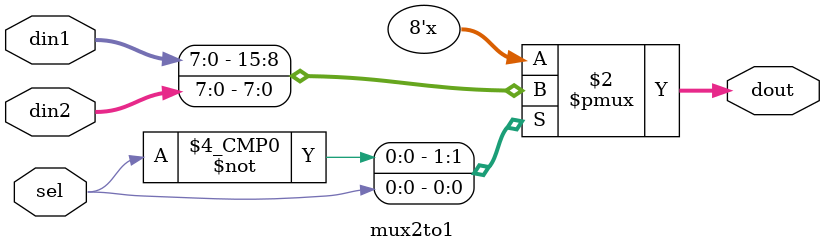
<source format=sv>
module mux2to1 #(
  parameter WIDTH = 8
) (
  input  logic             sel,
  input  logic [WIDTH-1:0] din1,
  input  logic [WIDTH-1:0] din2,
  output logic [WIDTH-1:0] dout
);
  always_comb begin
    case (sel)
      1'b0:    dout = din1;
      1'b1:    dout = din2;
      default: dout = {WIDTH{1'b0}};
    endcase
  end
endmodule

</source>
